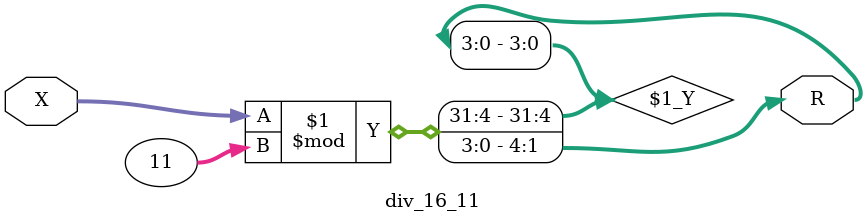
<source format=v>
module div_16_11 ( X, R);//, R);


input  [16:1] X;
//output [13:1] Q; 
output [4:1] R;

//assign Q = X / 11;

assign R = X % 11;


endmodule

</source>
